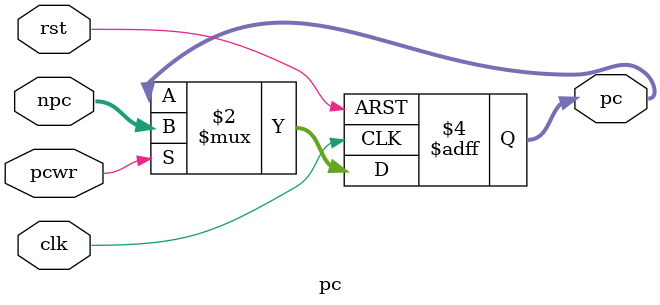
<source format=v>
module pc(clk,pcwr,rst,npc,pc);
    input           clk,rst,pcwr;    // clock and reset
    input  [31:0]   npc         ;    // next pc
    output [31:0]   pc          ;    // output pc 
    
    reg    [31:0]   pc          ; 

    always@(posedge clk or posedge rst)
        if(rst)
          pc<=32'h0000_3000;
        else if(pcwr)
          pc<=npc;
endmodule

</source>
